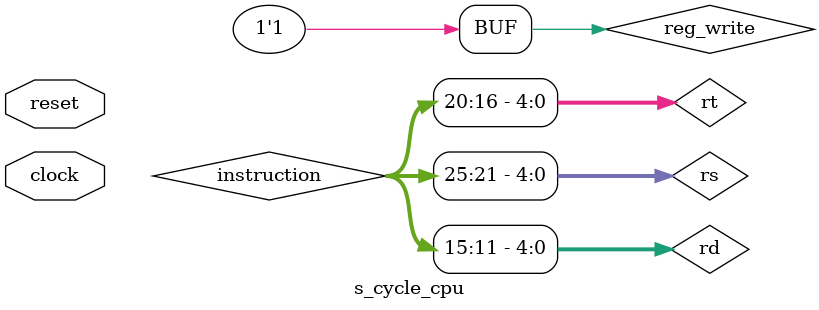
<source format=v>
module s_cycle_cpu(clock,reset);

    //输入
    input clock;
    input reset;

    wire [31:0] npc;
    wire [31:0] pc;
    wire [31:0] instruction;
    wire [4:0] rs; //读寄存器1
    wire [4:0] rt; //读寄存器2
    wire [4:0] rd; //写寄存器
    wire reg_write;
    wire [31:0] a; //ALU读入
    wire [31:0] b; //ALU读入
    wire [31:0] c; //ALU输出

    pc PC(.pc(pc),.clock(clock),.reset(reset),.npc(npc));
    assign npc = pc + 4;
    im IM(.instruction(instruction),.pc(pc));
    assign rs = instruction [25:21];
	assign rt = instruction [20:16];
	assign rd = instruction [15:11];
    assign reg_write = 1;
    gpr GPR(.a(a),.b(b),.clock(clock),.reg_write(reg_write),.num_write(rd),.rs(rs),.rt(rt),.data_write(c));
    alu ALU(.c(c),.a(a),.b(b));

endmodule

</source>
